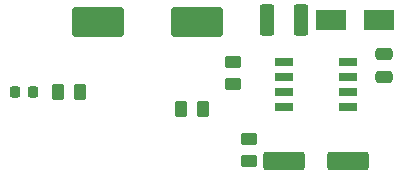
<source format=gtp>
G04 #@! TF.GenerationSoftware,KiCad,Pcbnew,(6.0.2)*
G04 #@! TF.CreationDate,2022-07-27T12:55:18+02:00*
G04 #@! TF.ProjectId,DC-DC-Converter,44432d44-432d-4436-9f6e-766572746572,rev?*
G04 #@! TF.SameCoordinates,Original*
G04 #@! TF.FileFunction,Paste,Top*
G04 #@! TF.FilePolarity,Positive*
%FSLAX46Y46*%
G04 Gerber Fmt 4.6, Leading zero omitted, Abs format (unit mm)*
G04 Created by KiCad (PCBNEW (6.0.2)) date 2022-07-27 12:55:18*
%MOMM*%
%LPD*%
G01*
G04 APERTURE LIST*
G04 Aperture macros list*
%AMRoundRect*
0 Rectangle with rounded corners*
0 $1 Rounding radius*
0 $2 $3 $4 $5 $6 $7 $8 $9 X,Y pos of 4 corners*
0 Add a 4 corners polygon primitive as box body*
4,1,4,$2,$3,$4,$5,$6,$7,$8,$9,$2,$3,0*
0 Add four circle primitives for the rounded corners*
1,1,$1+$1,$2,$3*
1,1,$1+$1,$4,$5*
1,1,$1+$1,$6,$7*
1,1,$1+$1,$8,$9*
0 Add four rect primitives between the rounded corners*
20,1,$1+$1,$2,$3,$4,$5,0*
20,1,$1+$1,$4,$5,$6,$7,0*
20,1,$1+$1,$6,$7,$8,$9,0*
20,1,$1+$1,$8,$9,$2,$3,0*%
G04 Aperture macros list end*
%ADD10RoundRect,0.250000X-0.262500X-0.450000X0.262500X-0.450000X0.262500X0.450000X-0.262500X0.450000X0*%
%ADD11RoundRect,0.250000X0.450000X-0.262500X0.450000X0.262500X-0.450000X0.262500X-0.450000X-0.262500X0*%
%ADD12RoundRect,0.250000X-0.375000X-1.075000X0.375000X-1.075000X0.375000X1.075000X-0.375000X1.075000X0*%
%ADD13R,1.525000X0.700000*%
%ADD14R,2.500000X1.800000*%
%ADD15RoundRect,0.218750X-0.218750X-0.256250X0.218750X-0.256250X0.218750X0.256250X-0.218750X0.256250X0*%
%ADD16RoundRect,0.250000X-1.500000X-0.550000X1.500000X-0.550000X1.500000X0.550000X-1.500000X0.550000X0*%
%ADD17RoundRect,0.250000X-1.950000X-1.000000X1.950000X-1.000000X1.950000X1.000000X-1.950000X1.000000X0*%
%ADD18RoundRect,0.250000X0.475000X-0.250000X0.475000X0.250000X-0.475000X0.250000X-0.475000X-0.250000X0*%
G04 APERTURE END LIST*
D10*
X75912500Y-131000000D03*
X74087500Y-131000000D03*
D11*
X79800000Y-133587500D03*
X79800000Y-135412500D03*
X78500000Y-127087500D03*
X78500000Y-128912500D03*
D10*
X65482500Y-129620000D03*
X63657500Y-129620000D03*
D12*
X84180000Y-123500000D03*
X81380000Y-123500000D03*
D13*
X82738000Y-130835000D03*
X82738000Y-129565000D03*
X82738000Y-128295000D03*
X82738000Y-127025000D03*
X88162000Y-127025000D03*
X88162000Y-128295000D03*
X88162000Y-129565000D03*
X88162000Y-130835000D03*
D14*
X90780000Y-123500000D03*
X86780000Y-123500000D03*
D15*
X61557500Y-129620000D03*
X59982500Y-129620000D03*
D16*
X88200000Y-135470000D03*
X82800000Y-135470000D03*
D17*
X75450000Y-123660000D03*
X67050000Y-123660000D03*
D18*
X91280000Y-126400000D03*
X91280000Y-128300000D03*
M02*

</source>
